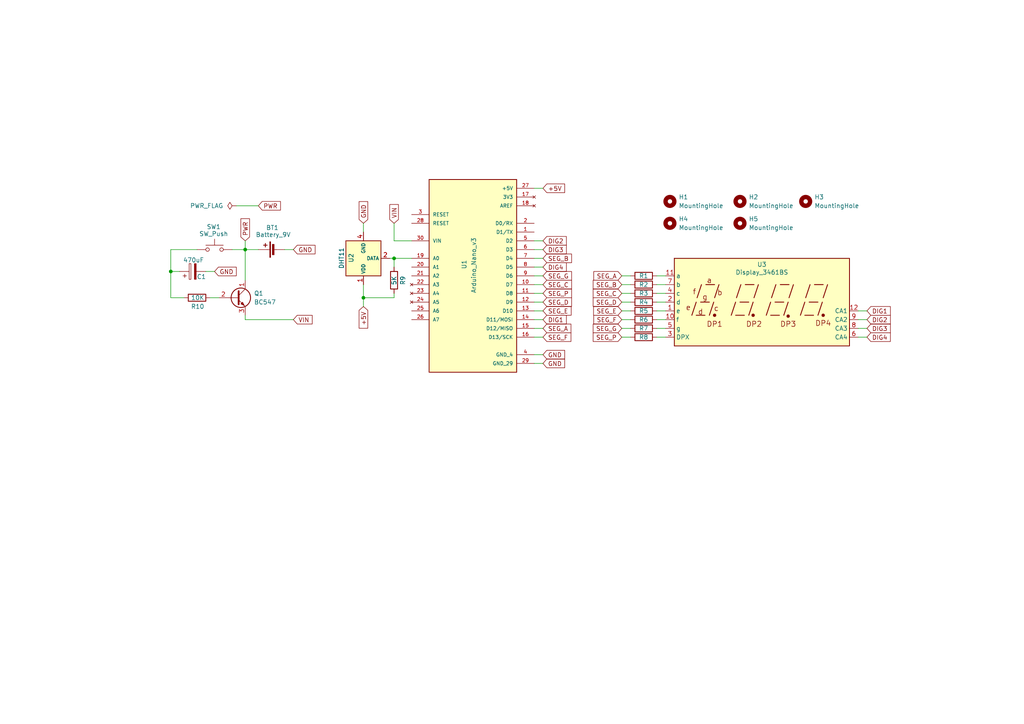
<source format=kicad_sch>
(kicad_sch (version 20250114) (generator "eeschema") (generator_version "9.0")
  (paper "A4")
  (lib_symbols
    (symbol "Custom:Arduino_Nano_v3" (pin_names (offset 1.016))
      (property "Reference" "U1" (at -2.54 3.302 90))
      (property "Value" "Arduino_Nano_v3" (at 0.254 3.048 90))
      (symbol "Arduino_Nano_v3_0_0"
        (rectangle (start -12.7 27.94) (end 12.7 -27.94) (stroke (width 0.254)) (fill (type background)))
        (pin free line (at -17.78 17.78 0) (length 5.08) (name "RESET") (number "3"))
        (pin free line (at -17.78 15.24 0) (length 5.08) (name "RESET") (number "28"))
        (pin input line (at -17.78 10.16 0) (length 5.08) (name "VIN") (number "30"))
        (pin free line (at -17.78 5.08 0) (length 5.08) (name "A0") (number "19"))
        (pin free line (at -17.78 2.54 0) (length 5.08) (name "A1") (number "20"))
        (pin free line (at -17.78 0 0) (length 5.08) (name "A2") (number "21"))
        (pin no_connect line (at -17.78 -2.54 0) (length 5.08) (name "A3") (number "22"))
        (pin no_connect line (at -17.78 -5.08 0) (length 5.08) (name "A4") (number "23"))
        (pin no_connect line (at -17.78 -7.62 0) (length 5.08) (name "A5") (number "24"))
        (pin free line (at -17.78 -10.16 0) (length 5.08) (name "A6") (number "25"))
        (pin free line (at -17.78 -12.7 0) (length 5.08) (name "A7") (number "26"))
        (pin power_out line (at 17.78 25.4 180) (length 5.08) (name "+5V") (number "27"))
        (pin no_connect line (at 17.78 22.86 180) (length 5.08) (name "3V3") (number "17"))
        (pin no_connect line (at 17.78 20.32 180) (length 5.08) (name "AREF") (number "18"))
        (pin free line (at 17.78 15.24 180) (length 5.08) (name "D0/RX") (number "2"))
        (pin free line (at 17.78 12.7 180) (length 5.08) (name "D1/TX") (number "1"))
        (pin bidirectional line (at 17.78 10.16 180) (length 5.08) (name "D2") (number "5"))
        (pin bidirectional line (at 17.78 7.62 180) (length 5.08) (name "D3") (number "6"))
        (pin bidirectional line (at 17.78 5.08 180) (length 5.08) (name "D4") (number "7"))
        (pin bidirectional line (at 17.78 2.54 180) (length 5.08) (name "D5") (number "8"))
        (pin bidirectional line (at 17.78 0 180) (length 5.08) (name "D6") (number "9"))
        (pin bidirectional line (at 17.78 -2.54 180) (length 5.08) (name "D7") (number "10"))
        (pin bidirectional line (at 17.78 -5.08 180) (length 5.08) (name "D8") (number "11"))
        (pin bidirectional line (at 17.78 -7.62 180) (length 5.08) (name "D9") (number "12"))
        (pin bidirectional line (at 17.78 -10.16 180) (length 5.08) (name "D10") (number "13"))
        (pin bidirectional line (at 17.78 -12.7 180) (length 5.08) (name "D11/MOSI") (number "14"))
        (pin bidirectional line (at 17.78 -15.24 180) (length 5.08) (name "D12/MISO") (number "15"))
        (pin bidirectional line (at 17.78 -17.78 180) (length 5.08) (name "D13/SCK") (number "16"))
        (pin passive line (at 17.78 -22.86 180) (length 5.08) (name "GND_4") (number "4"))
        (pin passive line (at 17.78 -25.4 180) (length 5.08) (name "GND_29") (number "29"))
      )
    )
    (symbol "Device:Battery_Cell" (pin_numbers (hide yes)) (pin_names (offset 0) (hide yes))
      (property "Reference" "BT" (at 2.54 2.54 0))
      (property "Value" "Battery_Cell" (at 2.54 0 0))
      (symbol "Battery_Cell_0_1"
        (rectangle (start -2.286 1.778) (end 2.286 1.524) (fill (type outline)))
        (rectangle (start -1.524 1.016) (end 1.524 0.508) (fill (type outline)))
        (polyline (pts (xy 0 1.778) (xy 0 2.54)))
        (polyline (pts (xy 0 0.762) (xy 0 0)))
        (polyline (pts (xy 0.762 3.048) (xy 1.778 3.048)) (stroke (width 0.254)))
        (polyline (pts (xy 1.27 3.556) (xy 1.27 2.54)) (stroke (width 0.254)))
      )
      (symbol "Battery_Cell_1_1"
        (pin passive line (at 0 5.08 270) (length 2.54) (name "+") (number "1"))
        (pin passive line (at 0 -2.54 90) (length 2.54) (name "-") (number "2"))
      )
    )
    (symbol "Device:C_Polarized" (pin_numbers (hide yes)) (pin_names (offset 0.254))
      (property "Reference" "C" (at 0.635 2.54 0))
      (property "Value" "C_Polarized" (at 0.635 -2.54 0))
      (symbol "C_Polarized_0_1"
        (rectangle (start -2.286 0.508) (end 2.286 1.016))
        (polyline (pts (xy -1.778 2.286) (xy -0.762 2.286)))
        (polyline (pts (xy -1.27 2.794) (xy -1.27 1.778)))
        (rectangle (start 2.286 -0.508) (end -2.286 -1.016) (fill (type outline)))
      )
      (symbol "C_Polarized_1_1"
        (pin passive line (at 0 3.81 270) (length 2.794) (name "~") (number "1"))
        (pin passive line (at 0 -3.81 90) (length 2.794) (name "~") (number "2"))
      )
    )
    (symbol "Device:R" (pin_numbers (hide yes)) (pin_names (offset 0))
      (property "Reference" "R" (at 2.032 0 90))
      (property "Value" "R" (at 0 0 90))
      (symbol "R_0_1"
        (rectangle (start -1.016 -2.54) (end 1.016 2.54) (stroke (width 0.254)))
      )
      (symbol "R_1_1"
        (pin passive line (at 0 3.81 270) (length 1.27) (name "~") (number "1"))
        (pin passive line (at 0 -3.81 90) (length 1.27) (name "~") (number "2"))
      )
    )
    (symbol "Display_Character:CA56-12EWA"
      (property "Reference" "U" (at -24.13 13.97 0))
      (property "Value" "CA56-12EWA" (at 19.05 13.97 0))
      (symbol "CA56-12EWA_0_0"
        (rectangle (start -25.4 12.7) (end 25.4 -12.7) (stroke (width 0.254)) (fill (type background)))
        (polyline (pts (xy -20.32 -3.81) (xy -19.05 0)) (stroke (width 0.254)))
        (polyline (pts (xy -19.05 -3.81) (xy -16.51 -3.81)) (stroke (width 0.254)))
        (polyline (pts (xy -18.796 1.27) (xy -17.526 5.08)) (stroke (width 0.254)))
        (polyline (pts (xy -17.78 0) (xy -15.24 0)) (stroke (width 0.254)))
        (polyline (pts (xy -16.256 5.08) (xy -13.716 5.08)) (stroke (width 0.254)))
        (polyline (pts (xy -15.24 -3.81) (xy -13.97 0)) (stroke (width 0.254)))
        (polyline (pts (xy -13.716 1.27) (xy -12.446 5.08)) (stroke (width 0.254)))
        (polyline (pts (xy -8.89 -3.81) (xy -7.62 0)) (stroke (width 0.254)))
        (polyline (pts (xy -7.62 -3.81) (xy -5.08 -3.81)) (stroke (width 0.254)))
        (polyline (pts (xy -7.366 1.27) (xy -6.096 5.08)) (stroke (width 0.254)))
        (polyline (pts (xy -6.35 0) (xy -3.81 0)) (stroke (width 0.254)))
        (polyline (pts (xy -4.826 5.08) (xy -2.286 5.08)) (stroke (width 0.254)))
        (polyline (pts (xy -3.81 -3.81) (xy -2.54 0)) (stroke (width 0.254)))
        (polyline (pts (xy -2.286 1.27) (xy -1.016 5.08)) (stroke (width 0.254)))
        (polyline (pts (xy 1.27 -3.81) (xy 2.54 0)) (stroke (width 0.254)))
        (polyline (pts (xy 2.54 -3.81) (xy 5.08 -3.81)) (stroke (width 0.254)))
        (polyline (pts (xy 2.794 1.27) (xy 4.064 5.08)) (stroke (width 0.254)))
        (polyline (pts (xy 3.81 0) (xy 6.35 0)) (stroke (width 0.254)))
        (polyline (pts (xy 5.334 5.08) (xy 7.874 5.08)) (stroke (width 0.254)))
        (polyline (pts (xy 6.35 -3.81) (xy 7.62 0)) (stroke (width 0.254)))
        (polyline (pts (xy 7.874 1.27) (xy 9.144 5.08)) (stroke (width 0.254)))
        (polyline (pts (xy 11.176 -3.81) (xy 12.446 0)) (stroke (width 0.254)))
        (polyline (pts (xy 12.446 -3.81) (xy 14.986 -3.81)) (stroke (width 0.254)))
        (polyline (pts (xy 12.7 1.27) (xy 13.97 5.08)) (stroke (width 0.254)))
        (polyline (pts (xy 13.716 0) (xy 16.256 0)) (stroke (width 0.254)))
        (polyline (pts (xy 15.24 5.08) (xy 17.78 5.08)) (stroke (width 0.254)))
        (polyline (pts (xy 16.256 -3.81) (xy 17.526 0)) (stroke (width 0.254)))
        (polyline (pts (xy 17.78 1.27) (xy 19.05 5.08)) (stroke (width 0.254)))
        (text "e" (at -21.336 -1.524 0) (effects (font (size 1.524 1.524))))
        (text "f" (at -19.558 3.048 0) (effects (font (size 1.524 1.524))))
        (text "d" (at -17.78 -2.794 0) (effects (font (size 1.524 1.524))))
        (text "g" (at -16.51 1.524 0) (effects (font (size 1.524 1.524))))
        (text "a" (at -15.24 6.35 0) (effects (font (size 1.524 1.524))))
        (text "DP1" (at -13.716 -6.35 0) (effects (font (size 1.524 1.524))))
        (text "c" (at -13.208 -1.778 0) (effects (font (size 1.524 1.524))))
        (text "b" (at -12.192 2.794 0) (effects (font (size 1.524 1.524))))
        (text "DP2" (at -2.286 -6.35 0) (effects (font (size 1.524 1.524))))
        (text "DP3" (at 7.62 -6.35 0) (effects (font (size 1.524 1.524))))
        (text "DP4" (at 17.78 -6.096 0) (effects (font (size 1.524 1.524))))
      )
      (symbol "CA56-12EWA_0_1"
        (circle (center -13.716 -3.81) (radius 0.3556) (stroke (width 0.254)) (fill (type outline)))
        (circle (center -2.54 -3.81) (radius 0.3556) (stroke (width 0.254)) (fill (type outline)))
      )
      (symbol "CA56-12EWA_1_0"
        (circle (center 7.62 -4.064) (radius 0.3556) (stroke (width 0.254)) (fill (type outline)))
        (circle (center 17.78 -3.81) (radius 0.3556) (stroke (width 0.254)) (fill (type outline)))
      )
      (symbol "CA56-12EWA_1_1"
        (pin input line (at -27.94 7.62 0) (length 2.54) (name "a") (number "11"))
        (pin input line (at -27.94 5.08 0) (length 2.54) (name "b") (number "7"))
        (pin input line (at -27.94 2.54 0) (length 2.54) (name "c") (number "4"))
        (pin input line (at -27.94 0 0) (length 2.54) (name "d") (number "2"))
        (pin input line (at -27.94 -2.54 0) (length 2.54) (name "e") (number "1"))
        (pin input line (at -27.94 -5.08 0) (length 2.54) (name "f") (number "10"))
        (pin input line (at -27.94 -7.62 0) (length 2.54) (name "g") (number "5"))
        (pin input line (at -27.94 -10.16 0) (length 2.54) (name "DPX") (number "3"))
        (pin input line (at 27.94 -2.54 180) (length 2.54) (name "CA1") (number "12"))
        (pin input line (at 27.94 -5.08 180) (length 2.54) (name "CA2") (number "9"))
        (pin input line (at 27.94 -7.62 180) (length 2.54) (name "CA3") (number "8"))
        (pin input line (at 27.94 -10.16 180) (length 2.54) (name "CA4") (number "6"))
      )
    )
    (symbol "Mechanical:MountingHole" (pin_names (offset 1.016)) (in_bom no)
      (property "Reference" "H" (at 0 5.08 0))
      (property "Value" "MountingHole" (at 0 3.175 0))
      (symbol "MountingHole_0_1"
        (circle (center 0 0) (radius 1.27) (stroke (width 1.27)))
      )
    )
    (symbol "Sensor:DHT11"
      (property "Reference" "U2" (at -3.556 1.27 90))
      (property "Value" "DHT11" (at -6.35 3.048 90))
      (symbol "DHT11_0_1"
        (rectangle (start -5.08 5.08) (end 5.08 -5.08) (stroke (width 0.254)) (fill (type background)))
      )
      (symbol "DHT11_1_1"
        (pin no_connect line (at -5.08 0 0) (length 2.54) (hide yes) (name "NC") (number "3"))
        (pin power_in line (at 0 7.62 270) (length 2.54) (name "VDD") (number "1"))
        (pin passive line (at 0 -7.62 90) (length 2.54) (name "GND") (number "4"))
        (pin bidirectional line (at 7.62 0 180) (length 2.54) (name "DATA") (number "2"))
      )
    )
    (symbol "Switch:SW_Push" (pin_numbers (hide yes)) (pin_names (offset 1.016) (hide yes))
      (property "Reference" "SW" (at 1.27 2.54 0))
      (property "Value" "SW_Push" (at 0 -1.524 0))
      (symbol "SW_Push_0_1"
        (circle (center -2.032 0) (radius 0.508))
        (polyline (pts (xy 0 1.27) (xy 0 3.048)))
        (circle (center 2.032 0) (radius 0.508))
        (polyline (pts (xy 2.54 1.27) (xy -2.54 1.27)))
        (pin passive line (at -5.08 0 0) (length 2.54) (name "1") (number "1"))
        (pin passive line (at 5.08 0 180) (length 2.54) (name "2") (number "2"))
      )
    )
    (symbol "Transistor_BJT:BC547" (pin_names (offset 0) (hide yes))
      (property "Reference" "Q" (at 5.08 1.905 0))
      (property "Value" "BC547" (at 5.08 0 0))
      (symbol "BC547_0_1"
        (polyline (pts (xy -2.54 0) (xy 0.635 0)))
        (polyline (pts (xy 0.635 1.905) (xy 0.635 -1.905)) (stroke (width 0.508)))
        (circle (center 1.27 0) (radius 2.8194) (stroke (width 0.254)))
      )
      (symbol "BC547_1_1"
        (polyline (pts (xy 0.635 0.635) (xy 2.54 2.54)))
        (polyline (pts (xy 0.635 -0.635) (xy 2.54 -2.54)))
        (polyline (pts (xy 1.27 -1.778) (xy 1.778 -1.27) (xy 2.286 -2.286) (xy 1.27 -1.778)) (fill (type outline)))
        (pin input line (at -5.08 0 0) (length 2.54) (name "B") (number "2"))
        (pin passive line (at 2.54 5.08 270) (length 2.54) (name "C") (number "1"))
        (pin passive line (at 2.54 -5.08 90) (length 2.54) (name "E") (number "3"))
      )
    )
    (symbol "power:PWR_FLAG" (power) (pin_numbers (hide yes)) (pin_names (offset 0) (hide yes))
      (property "Value" "PWR_FLAG" (at 0 3.81 0))
      (symbol "PWR_FLAG_0_0"
        (pin power_out line (at 0 0 90) (length 0) (name "~") (number "1"))
      )
      (symbol "PWR_FLAG_0_1"
        (polyline (pts (xy 0 0) (xy 0 1.27) (xy -1.016 1.905) (xy 0 2.54) (xy 1.016 1.905) (xy 0 1.27)))
      )
    )
  )
  (junction (at 49.53 78.74))
  (junction (at 71.12 72.39))
  (junction (at 105.41 86.36))
  (junction (at 114.3 74.93))
  (wire (pts (xy 193.04 97.79) (xy 190.5 97.79)))
  (wire (pts (xy 180.34 90.17) (xy 182.88 90.17)))
  (wire (pts (xy 154.94 95.25) (xy 157.48 95.25)))
  (wire (pts (xy 154.94 82.55) (xy 157.48 82.55)))
  (wire (pts (xy 180.34 82.55) (xy 182.88 82.55)))
  (wire (pts (xy 114.3 74.93) (xy 114.3 77.47)))
  (wire (pts (xy 60.96 86.36) (xy 63.5 86.36)))
  (wire (pts (xy 180.34 92.71) (xy 182.88 92.71)))
  (wire (pts (xy 180.34 85.09) (xy 182.88 85.09)))
  (wire (pts (xy 67.31 72.39) (xy 71.12 72.39)))
  (wire (pts (xy 248.92 97.79) (xy 251.46 97.79)))
  (wire (pts (xy 154.94 87.63) (xy 157.48 87.63)))
  (wire (pts (xy 85.09 92.71) (xy 71.12 92.71)))
  (wire (pts (xy 154.94 102.87) (xy 157.48 102.87)))
  (wire (pts (xy 53.34 86.36) (xy 49.53 86.36)))
  (wire (pts (xy 114.3 69.85) (xy 114.3 64.77)))
  (wire (pts (xy 82.55 72.39) (xy 85.09 72.39)))
  (wire (pts (xy 193.04 90.17) (xy 190.5 90.17)))
  (wire (pts (xy 193.04 80.01) (xy 190.5 80.01)))
  (wire (pts (xy 193.04 82.55) (xy 190.5 82.55)))
  (wire (pts (xy 59.69 78.74) (xy 62.23 78.74)))
  (wire (pts (xy 248.92 90.17) (xy 251.46 90.17)))
  (wire (pts (xy 114.3 74.93) (xy 119.38 74.93)))
  (wire (pts (xy 154.94 85.09) (xy 157.48 85.09)))
  (wire (pts (xy 113.03 74.93) (xy 114.3 74.93)))
  (wire (pts (xy 180.34 97.79) (xy 182.88 97.79)))
  (wire (pts (xy 154.94 90.17) (xy 157.48 90.17)))
  (wire (pts (xy 154.94 92.71) (xy 157.48 92.71)))
  (wire (pts (xy 154.94 72.39) (xy 157.48 72.39)))
  (wire (pts (xy 105.41 67.31) (xy 105.41 64.77)))
  (wire (pts (xy 154.94 97.79) (xy 157.48 97.79)))
  (wire (pts (xy 49.53 78.74) (xy 49.53 86.36)))
  (wire (pts (xy 154.94 105.41) (xy 157.48 105.41)))
  (wire (pts (xy 119.38 69.85) (xy 114.3 69.85)))
  (wire (pts (xy 49.53 78.74) (xy 52.07 78.74)))
  (wire (pts (xy 154.94 69.85) (xy 157.48 69.85)))
  (wire (pts (xy 154.94 77.47) (xy 157.48 77.47)))
  (wire (pts (xy 154.94 74.93) (xy 157.48 74.93)))
  (wire (pts (xy 71.12 72.39) (xy 74.93 72.39)))
  (wire (pts (xy 193.04 87.63) (xy 190.5 87.63)))
  (wire (pts (xy 193.04 85.09) (xy 190.5 85.09)))
  (wire (pts (xy 114.3 85.09) (xy 114.3 86.36)))
  (wire (pts (xy 49.53 72.39) (xy 49.53 78.74)))
  (wire (pts (xy 154.94 80.01) (xy 157.48 80.01)))
  (wire (pts (xy 57.15 72.39) (xy 49.53 72.39)))
  (wire (pts (xy 193.04 92.71) (xy 190.5 92.71)))
  (wire (pts (xy 71.12 72.39) (xy 71.12 81.28)))
  (wire (pts (xy 154.94 54.61) (xy 157.48 54.61)))
  (wire (pts (xy 248.92 95.25) (xy 251.46 95.25)))
  (wire (pts (xy 68.58 59.69) (xy 74.93 59.69)))
  (wire (pts (xy 71.12 69.85) (xy 71.12 72.39)))
  (wire (pts (xy 180.34 95.25) (xy 182.88 95.25)))
  (wire (pts (xy 193.04 95.25) (xy 190.5 95.25)))
  (wire (pts (xy 71.12 92.71) (xy 71.12 91.44)))
  (wire (pts (xy 180.34 87.63) (xy 182.88 87.63)))
  (wire (pts (xy 105.41 86.36) (xy 105.41 88.9)))
  (wire (pts (xy 180.34 80.01) (xy 182.88 80.01)))
  (wire (pts (xy 248.92 92.71) (xy 251.46 92.71)))
  (wire (pts (xy 105.41 86.36) (xy 114.3 86.36)))
  (wire (pts (xy 105.41 82.55) (xy 105.41 86.36)))
  (global_label "SEG_A" (shape input) (at 180.34 80.01 180) (property "Intersheetrefs" "${INTERSHEET_REFS}" (effects (hide yes))))
  (global_label "DIG1" (shape input) (at 157.48 92.71 0) (property "Intersheetrefs" "${INTERSHEET_REFS}" (effects (hide yes))))
  (global_label "DIG1" (shape input) (at 251.46 90.17 0) (property "Intersheetrefs" "${INTERSHEET_REFS}" (effects (hide yes))))
  (global_label "SEG_E" (shape input) (at 157.48 90.17 0) (property "Intersheetrefs" "${INTERSHEET_REFS}" (effects (hide yes))))
  (global_label "GND" (shape input) (at 85.09 72.39 0) (property "Intersheetrefs" "${INTERSHEET_REFS}" (effects (hide yes))))
  (global_label "SEG_D" (shape input) (at 157.48 87.63 0) (property "Intersheetrefs" "${INTERSHEET_REFS}" (effects (hide yes))))
  (global_label "SEG_C" (shape input) (at 157.48 82.55 0) (property "Intersheetrefs" "${INTERSHEET_REFS}" (effects (hide yes))))
  (global_label "GND" (shape input) (at 157.48 105.41 0) (property "Intersheetrefs" "${INTERSHEET_REFS}" (effects (hide yes))))
  (global_label "VIN" (shape input) (at 114.3 64.77 90) (property "Intersheetrefs" "${INTERSHEET_REFS}" (effects (hide yes))))
  (global_label "DIG4" (shape input) (at 251.46 97.79 0) (property "Intersheetrefs" "${INTERSHEET_REFS}" (effects (hide yes))))
  (global_label "SEG_E" (shape input) (at 180.34 90.17 180) (property "Intersheetrefs" "${INTERSHEET_REFS}" (effects (hide yes))))
  (global_label "+5V" (shape input) (at 157.48 54.61 0) (property "Intersheetrefs" "${INTERSHEET_REFS}" (effects (hide yes))))
  (global_label "SEG_A" (shape input) (at 157.48 95.25 0) (property "Intersheetrefs" "${INTERSHEET_REFS}" (effects (hide yes))))
  (global_label "SEG_F" (shape input) (at 157.48 97.79 0) (property "Intersheetrefs" "${INTERSHEET_REFS}" (effects (hide yes))))
  (global_label "DIG3" (shape input) (at 157.48 72.39 0) (property "Intersheetrefs" "${INTERSHEET_REFS}" (effects (hide yes))))
  (global_label "PWR" (shape input) (at 71.12 69.85 90) (property "Intersheetrefs" "${INTERSHEET_REFS}" (effects (hide yes))))
  (global_label "SEG_P" (shape input) (at 157.48 85.09 0) (property "Intersheetrefs" "${INTERSHEET_REFS}" (effects (hide yes))))
  (global_label "SEG_B" (shape input) (at 157.48 74.93 0) (property "Intersheetrefs" "${INTERSHEET_REFS}" (effects (hide yes))))
  (global_label "DIG3" (shape input) (at 251.46 95.25 0) (property "Intersheetrefs" "${INTERSHEET_REFS}" (effects (hide yes))))
  (global_label "SEG_B" (shape input) (at 180.34 82.55 180) (property "Intersheetrefs" "${INTERSHEET_REFS}" (effects (hide yes))))
  (global_label "DIG2" (shape input) (at 251.46 92.71 0) (property "Intersheetrefs" "${INTERSHEET_REFS}" (effects (hide yes))))
  (global_label "VIN" (shape input) (at 85.09 92.71 0) (property "Intersheetrefs" "${INTERSHEET_REFS}" (effects (hide yes))))
  (global_label "SEG_P" (shape input) (at 180.34 97.79 180) (property "Intersheetrefs" "${INTERSHEET_REFS}" (effects (hide yes))))
  (global_label "GND" (shape input) (at 157.48 102.87 0) (property "Intersheetrefs" "${INTERSHEET_REFS}" (effects (hide yes))))
  (global_label "SEG_F" (shape input) (at 180.34 92.71 180) (property "Intersheetrefs" "${INTERSHEET_REFS}" (effects (hide yes))))
  (global_label "GND" (shape input) (at 105.41 64.77 90) (property "Intersheetrefs" "${INTERSHEET_REFS}" (effects (hide yes))))
  (global_label "SEG_G" (shape input) (at 180.34 95.25 180) (property "Intersheetrefs" "${INTERSHEET_REFS}" (effects (hide yes))))
  (global_label "GND" (shape input) (at 62.23 78.74 0) (property "Intersheetrefs" "${INTERSHEET_REFS}" (effects (hide yes))))
  (global_label "+5V" (shape input) (at 105.41 88.9 270) (property "Intersheetrefs" "${INTERSHEET_REFS}" (effects (hide yes))))
  (global_label "SEG_G" (shape input) (at 157.48 80.01 0) (property "Intersheetrefs" "${INTERSHEET_REFS}" (effects (hide yes))))
  (global_label "SEG_D" (shape input) (at 180.34 87.63 180) (property "Intersheetrefs" "${INTERSHEET_REFS}" (effects (hide yes))))
  (global_label "DIG2" (shape input) (at 157.48 69.85 0) (property "Intersheetrefs" "${INTERSHEET_REFS}" (effects (hide yes))))
  (global_label "PWR" (shape input) (at 74.93 59.69 0) (property "Intersheetrefs" "${INTERSHEET_REFS}" (effects (hide yes))))
  (global_label "SEG_C" (shape input) (at 180.34 85.09 180) (property "Intersheetrefs" "${INTERSHEET_REFS}" (effects (hide yes))))
  (global_label "DIG4" (shape input) (at 157.48 77.47 0) (property "Intersheetrefs" "${INTERSHEET_REFS}" (effects (hide yes))))
  (symbol (lib_id "Mechanical:MountingHole") (at 194.31 64.77 0) (unit 1) (in_bom no)
    (property "Reference" "H4" (at 196.85 63.4999 0) (effects (justify left)))
    (property "Value" "MountingHole" (at 196.85 66.0399 0) (effects (justify left)))
    (property "Footprint" "MountingHole:MountingHole_2mm" (effects (hide yes)))
    (property "Description" "Mounting Hole without connection" (effects (hide yes)))
  )
  (symbol (lib_id "Display_Character:CA56-12EWA") (at 220.98 87.63 0) (unit 1)
    (property "Reference" "U3" (at 220.98 76.708 0))
    (property "Value" "Display_3461BS" (at 220.98 78.994 0))
    (property "Footprint" "Display_7Segment:CA56-12EWA" (effects (hide yes)))
    (property "Datasheet" "http://www.kingbrightusa.com/images/catalog/SPEC/CA56-12EWA.pdf" (effects (hide yes)))
    (property "Description" "4 digit 7 segment high efficiency red LED, common anode" (effects (hide yes)))
  )
  (symbol (lib_id "Mechanical:MountingHole") (at 214.63 64.77 0) (unit 1) (in_bom no)
    (property "Reference" "H5" (at 217.17 63.4999 0) (effects (justify left)))
    (property "Value" "MountingHole" (at 217.17 66.0399 0) (effects (justify left)))
    (property "Footprint" "MountingHole:MountingHole_2mm" (effects (hide yes)))
    (property "Description" "Mounting Hole without connection" (effects (hide yes)))
  )
  (symbol (lib_id "Switch:SW_Push") (at 62.23 72.39 0) (unit 1)
    (property "Reference" "SW1" (at 61.976 65.786 0))
    (property "Value" "SW_Push" (at 61.976 67.818 0))
    (property "Footprint" "Button_Switch_THT:SW_PUSH_6mm_H8mm" (effects (hide yes)))
    (property "Description" "Push button switch, generic, two pins" (effects (hide yes)))
  )
  (symbol (lib_id "power:PWR_FLAG") (at 68.58 59.69 90) (unit 1)
    (property "Reference" "#FLG01" (effects (hide yes)))
    (property "Value" "PWR_FLAG" (at 64.77 59.6899 90) (effects (justify left)))
    (property "Description" "Special symbol for telling ERC where power comes from" (effects (hide yes)))
  )
  (symbol (lib_id "Sensor:DHT11") (at 105.41 74.93 0) (mirror x) (unit 1)
    (property "Reference" "U2" (at 101.854 76.2 90) (effects (justify right)))
    (property "Value" "DHT11" (at 99.06 77.978 90) (effects (justify right)))
    (property "Footprint" "Sensor:Aosong_DHT11_5.5x12.0_P2.54mm" (effects (hide yes)))
    (property "Description" "3.3V to 5.5V, temperature and humidity module, DHT11" (effects (hide yes)))
  )
  (symbol (lib_id "Device:R") (at 186.69 90.17 90) (unit 1)
    (property "Reference" "R5" (at 186.69 90.17 90))
    (property "Value" "1K" (effects (hide yes)))
    (property "Footprint" "Resistor_THT:R_Axial_DIN0204_L3.6mm_D1.6mm_P2.54mm_Vertical" (effects (hide yes)))
    (property "Description" "Resistor" (effects (hide yes)))
  )
  (symbol (lib_id "Device:R") (at 114.3 81.28 0) (mirror x) (unit 1)
    (property "Reference" "R9" (at 116.84 80.01 90) (effects (justify left)))
    (property "Value" "5K" (at 114.3 80.01 90) (effects (justify left)))
    (property "Footprint" "Resistor_THT:R_Axial_DIN0204_L3.6mm_D1.6mm_P2.54mm_Vertical" (effects (hide yes)))
    (property "Description" "Resistor" (effects (hide yes)))
  )
  (symbol (lib_id "Mechanical:MountingHole") (at 233.68 58.42 0) (unit 1) (in_bom no)
    (property "Reference" "H3" (at 236.22 57.1499 0) (effects (justify left)))
    (property "Value" "MountingHole" (at 236.22 59.6899 0) (effects (justify left)))
    (property "Footprint" "MountingHole:MountingHole_2mm" (effects (hide yes)))
    (property "Description" "Mounting Hole without connection" (effects (hide yes)))
  )
  (symbol (lib_id "Device:R") (at 186.69 97.79 90) (unit 1)
    (property "Reference" "R8" (at 186.69 97.79 90))
    (property "Value" "1K" (effects (hide yes)))
    (property "Footprint" "Resistor_THT:R_Axial_DIN0204_L3.6mm_D1.6mm_P2.54mm_Vertical" (effects (hide yes)))
    (property "Description" "Resistor" (effects (hide yes)))
  )
  (symbol (lib_id "Device:R") (at 186.69 85.09 90) (unit 1)
    (property "Reference" "R3" (at 186.69 85.09 90))
    (property "Value" "1K" (effects (hide yes)))
    (property "Footprint" "Resistor_THT:R_Axial_DIN0204_L3.6mm_D1.6mm_P2.54mm_Vertical" (effects (hide yes)))
    (property "Description" "Resistor" (effects (hide yes)))
  )
  (symbol (lib_id "Device:R") (at 186.69 80.01 90) (unit 1)
    (property "Reference" "R1" (at 186.69 80.01 90))
    (property "Value" "1K" (effects (hide yes)))
    (property "Footprint" "Resistor_THT:R_Axial_DIN0204_L3.6mm_D1.6mm_P2.54mm_Vertical" (effects (hide yes)))
    (property "Description" "Resistor" (effects (hide yes)))
  )
  (symbol (lib_id "Mechanical:MountingHole") (at 214.63 58.42 0) (unit 1) (in_bom no)
    (property "Reference" "H2" (at 217.17 57.1499 0) (effects (justify left)))
    (property "Value" "MountingHole" (at 217.17 59.6899 0) (effects (justify left)))
    (property "Footprint" "MountingHole:MountingHole_2mm" (effects (hide yes)))
    (property "Description" "Mounting Hole without connection" (effects (hide yes)))
  )
  (symbol (lib_id "Mechanical:MountingHole") (at 194.31 58.42 0) (unit 1) (in_bom no)
    (property "Reference" "H1" (at 196.85 57.1499 0) (effects (justify left)))
    (property "Value" "MountingHole" (at 196.85 59.6899 0) (effects (justify left)))
    (property "Footprint" "MountingHole:MountingHole_2mm" (effects (hide yes)))
    (property "Description" "Mounting Hole without connection" (effects (hide yes)))
  )
  (symbol (lib_id "Transistor_BJT:BC547") (at 68.58 86.36 0) (unit 1)
    (property "Reference" "Q1" (at 73.66 85.0899 0) (effects (justify left)))
    (property "Value" "BC547" (at 73.66 87.6299 0) (effects (justify left)))
    (property "Footprint" "Package_TO_SOT_THT:TO-92" (effects (hide yes)))
    (property "Datasheet" "https://www.onsemi.com/pub/Collateral/BC550-D.pdf" (effects (hide yes)))
    (property "Description" "0.1A Ic, 45V Vce, Small Signal NPN Transistor, TO-92" (effects (hide yes)))
  )
  (symbol (lib_id "Custom:Arduino_Nano_v3") (at 137.16 80.01 0) (unit 1)
    (property "Reference" "U1" (at 134.62 76.708 90))
    (property "Value" "Arduino_Nano_v3" (at 137.414 76.962 90))
    (property "Footprint" "Custom:Arduino_Nano_v3" (effects (hide yes)))
    (property "Description" "Small, complete, and breadboard-friendly board based on the ATmega328 (Arduino Nano 3.x)" (effects (hide yes)))
    (property "MP" "Arduino Nano" (effects (hide yes)))
  )
  (symbol (lib_id "Device:R") (at 186.69 92.71 90) (unit 1)
    (property "Reference" "R6" (at 186.69 92.71 90))
    (property "Value" "1K" (effects (hide yes)))
    (property "Footprint" "Resistor_THT:R_Axial_DIN0204_L3.6mm_D1.6mm_P2.54mm_Vertical" (effects (hide yes)))
    (property "Description" "Resistor" (effects (hide yes)))
  )
  (symbol (lib_id "Device:Battery_Cell") (at 80.01 72.39 90) (unit 1)
    (property "Reference" "BT1" (at 78.994 66.04 90))
    (property "Value" "Battery_9V" (at 79.248 68.072 90))
    (property "Footprint" "Battery:BatteryHolder_Eagle_12BH611-GR" (effects (hide yes)))
    (property "Description" "Single-cell battery" (effects (hide yes)))
  )
  (symbol (lib_id "Device:C_Polarized") (at 55.88 78.74 90) (unit 1)
    (property "Reference" "C1" (at 58.42 80.264 90))
    (property "Value" "470uF" (at 56.134 75.438 90))
    (property "Footprint" "Capacitor_THT:C_Radial_D8.0mm_H11.5mm_P3.50mm" (effects (hide yes)))
    (property "Description" "Polarized capacitor" (effects (hide yes)))
  )
  (symbol (lib_id "Device:R") (at 186.69 95.25 90) (unit 1)
    (property "Reference" "R7" (at 186.69 95.25 90))
    (property "Value" "1K" (effects (hide yes)))
    (property "Footprint" "Resistor_THT:R_Axial_DIN0204_L3.6mm_D1.6mm_P2.54mm_Vertical" (effects (hide yes)))
    (property "Description" "Resistor" (effects (hide yes)))
  )
  (symbol (lib_id "Device:R") (at 186.69 82.55 90) (unit 1)
    (property "Reference" "R2" (at 186.69 82.55 90))
    (property "Value" "1K" (effects (hide yes)))
    (property "Footprint" "Resistor_THT:R_Axial_DIN0204_L3.6mm_D1.6mm_P2.54mm_Vertical" (effects (hide yes)))
    (property "Description" "Resistor" (effects (hide yes)))
  )
  (symbol (lib_id "Device:R") (at 186.69 87.63 90) (unit 1)
    (property "Reference" "R4" (at 186.69 87.63 90))
    (property "Value" "1K" (effects (hide yes)))
    (property "Footprint" "Resistor_THT:R_Axial_DIN0204_L3.6mm_D1.6mm_P2.54mm_Vertical" (effects (hide yes)))
    (property "Description" "Resistor" (effects (hide yes)))
  )
  (symbol (lib_id "Device:R") (at 57.15 86.36 270) (unit 1)
    (property "Reference" "R10" (at 55.372 88.9 90) (effects (justify left)))
    (property "Value" "10K" (at 55.372 86.36 90) (effects (justify left)))
    (property "Footprint" "Resistor_THT:R_Axial_DIN0204_L3.6mm_D1.6mm_P2.54mm_Vertical" (effects (hide yes)))
    (property "Description" "Resistor" (effects (hide yes)))
  )
)
</source>
